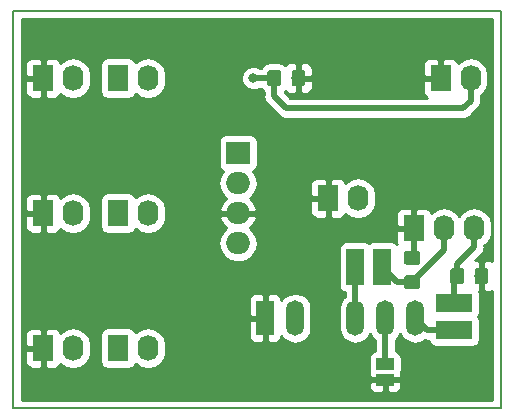
<source format=gbl>
G04 #@! TF.GenerationSoftware,KiCad,Pcbnew,5.0.1*
G04 #@! TF.CreationDate,2018-10-18T17:34:51-05:00*
G04 #@! TF.ProjectId,PowerRDP,506F7765725244502E6B696361645F70,01*
G04 #@! TF.SameCoordinates,Original*
G04 #@! TF.FileFunction,Copper,L2,Bot,Signal*
G04 #@! TF.FilePolarity,Positive*
%FSLAX46Y46*%
G04 Gerber Fmt 4.6, Leading zero omitted, Abs format (unit mm)*
G04 Created by KiCad (PCBNEW 5.0.1) date Thu 18 Oct 2018 05:34:51 PM CDT*
%MOMM*%
%LPD*%
G01*
G04 APERTURE LIST*
G04 #@! TA.AperFunction,NonConductor*
%ADD10C,0.150000*%
G04 #@! TD*
G04 #@! TA.AperFunction,ComponentPad*
%ADD11O,2.000000X1.905000*%
G04 #@! TD*
G04 #@! TA.AperFunction,ComponentPad*
%ADD12R,2.000000X1.905000*%
G04 #@! TD*
G04 #@! TA.AperFunction,ComponentPad*
%ADD13O,1.740000X2.200000*%
G04 #@! TD*
G04 #@! TA.AperFunction,ComponentPad*
%ADD14R,1.740000X2.200000*%
G04 #@! TD*
G04 #@! TA.AperFunction,Conductor*
%ADD15C,0.100000*%
G04 #@! TD*
G04 #@! TA.AperFunction,SMDPad,CuDef*
%ADD16C,1.150000*%
G04 #@! TD*
G04 #@! TA.AperFunction,SMDPad,CuDef*
%ADD17R,1.520000X3.050000*%
G04 #@! TD*
G04 #@! TA.AperFunction,SMDPad,CuDef*
%ADD18R,3.050000X1.520000*%
G04 #@! TD*
G04 #@! TA.AperFunction,ComponentPad*
%ADD19R,1.500000X3.000000*%
G04 #@! TD*
G04 #@! TA.AperFunction,ComponentPad*
%ADD20O,1.500000X3.000000*%
G04 #@! TD*
G04 #@! TA.AperFunction,SMDPad,CuDef*
%ADD21R,1.500000X1.000000*%
G04 #@! TD*
G04 #@! TA.AperFunction,ViaPad*
%ADD22C,0.800000*%
G04 #@! TD*
G04 #@! TA.AperFunction,Conductor*
%ADD23C,0.500000*%
G04 #@! TD*
G04 #@! TA.AperFunction,Conductor*
%ADD24C,0.254000*%
G04 #@! TD*
G04 APERTURE END LIST*
D10*
X120650000Y-47625000D02*
X120650000Y-48260000D01*
X161925000Y-47625000D02*
X120650000Y-47625000D01*
X161925000Y-81280000D02*
X161925000Y-47625000D01*
X120650000Y-81280000D02*
X161925000Y-81280000D01*
X120650000Y-48260000D02*
X120650000Y-81280000D01*
D11*
G04 #@! TO.P,U2,4*
G04 #@! TO.N,Net-(U2-Pad4)*
X139700000Y-67310000D03*
G04 #@! TO.P,U2,3*
G04 #@! TO.N,GND*
X139700000Y-64770000D03*
G04 #@! TO.P,U2,2*
G04 #@! TO.N,/+12V*
X139700000Y-62230000D03*
D12*
G04 #@! TO.P,U2,1*
G04 #@! TO.N,+BATT*
X139700000Y-59690000D03*
G04 #@! TD*
D13*
G04 #@! TO.P,J1,2*
G04 #@! TO.N,Net-(J1-Pad2)*
X125730000Y-76200000D03*
D14*
G04 #@! TO.P,J1,1*
G04 #@! TO.N,GND*
X123190000Y-76200000D03*
G04 #@! TD*
D13*
G04 #@! TO.P,J2,2*
G04 #@! TO.N,+BATT*
X132080000Y-76200000D03*
D14*
G04 #@! TO.P,J2,1*
G04 #@! TO.N,Net-(J1-Pad2)*
X129540000Y-76200000D03*
G04 #@! TD*
D13*
G04 #@! TO.P,J3,2*
G04 #@! TO.N,Net-(J3-Pad2)*
X125730000Y-64770000D03*
D14*
G04 #@! TO.P,J3,1*
G04 #@! TO.N,GND*
X123190000Y-64770000D03*
G04 #@! TD*
D13*
G04 #@! TO.P,J4,2*
G04 #@! TO.N,+BATT*
X132080000Y-64770000D03*
D14*
G04 #@! TO.P,J4,1*
G04 #@! TO.N,Net-(J3-Pad2)*
X129540000Y-64770000D03*
G04 #@! TD*
D13*
G04 #@! TO.P,J5,2*
G04 #@! TO.N,Net-(J5-Pad2)*
X125730000Y-53340000D03*
D14*
G04 #@! TO.P,J5,1*
G04 #@! TO.N,GND*
X123190000Y-53340000D03*
G04 #@! TD*
D13*
G04 #@! TO.P,J6,2*
G04 #@! TO.N,+BATT*
X132080000Y-53340000D03*
D14*
G04 #@! TO.P,J6,1*
G04 #@! TO.N,Net-(J5-Pad2)*
X129540000Y-53340000D03*
G04 #@! TD*
D13*
G04 #@! TO.P,J7,2*
G04 #@! TO.N,/+3.3V*
X159385000Y-53340000D03*
D14*
G04 #@! TO.P,J7,1*
G04 #@! TO.N,GND*
X156845000Y-53340000D03*
G04 #@! TD*
D13*
G04 #@! TO.P,J8,2*
G04 #@! TO.N,/+12V*
X149860000Y-63500000D03*
D14*
G04 #@! TO.P,J8,1*
G04 #@! TO.N,GND*
X147320000Y-63500000D03*
G04 #@! TD*
D13*
G04 #@! TO.P,J9,3*
G04 #@! TO.N,/-15V*
X159665001Y-66040000D03*
G04 #@! TO.P,J9,2*
G04 #@! TO.N,/+15V*
X157125001Y-66040000D03*
D14*
G04 #@! TO.P,J9,1*
G04 #@! TO.N,GND*
X154585001Y-66040000D03*
G04 #@! TD*
D15*
G04 #@! TO.N,/+15V*
G04 #@! TO.C,C1*
G36*
X154906505Y-70038204D02*
X154930773Y-70041804D01*
X154954572Y-70047765D01*
X154977671Y-70056030D01*
X154999850Y-70066520D01*
X155020893Y-70079132D01*
X155040599Y-70093747D01*
X155058777Y-70110223D01*
X155075253Y-70128401D01*
X155089868Y-70148107D01*
X155102480Y-70169150D01*
X155112970Y-70191329D01*
X155121235Y-70214428D01*
X155127196Y-70238227D01*
X155130796Y-70262495D01*
X155132000Y-70286999D01*
X155132000Y-70937001D01*
X155130796Y-70961505D01*
X155127196Y-70985773D01*
X155121235Y-71009572D01*
X155112970Y-71032671D01*
X155102480Y-71054850D01*
X155089868Y-71075893D01*
X155075253Y-71095599D01*
X155058777Y-71113777D01*
X155040599Y-71130253D01*
X155020893Y-71144868D01*
X154999850Y-71157480D01*
X154977671Y-71167970D01*
X154954572Y-71176235D01*
X154930773Y-71182196D01*
X154906505Y-71185796D01*
X154882001Y-71187000D01*
X153981999Y-71187000D01*
X153957495Y-71185796D01*
X153933227Y-71182196D01*
X153909428Y-71176235D01*
X153886329Y-71167970D01*
X153864150Y-71157480D01*
X153843107Y-71144868D01*
X153823401Y-71130253D01*
X153805223Y-71113777D01*
X153788747Y-71095599D01*
X153774132Y-71075893D01*
X153761520Y-71054850D01*
X153751030Y-71032671D01*
X153742765Y-71009572D01*
X153736804Y-70985773D01*
X153733204Y-70961505D01*
X153732000Y-70937001D01*
X153732000Y-70286999D01*
X153733204Y-70262495D01*
X153736804Y-70238227D01*
X153742765Y-70214428D01*
X153751030Y-70191329D01*
X153761520Y-70169150D01*
X153774132Y-70148107D01*
X153788747Y-70128401D01*
X153805223Y-70110223D01*
X153823401Y-70093747D01*
X153843107Y-70079132D01*
X153864150Y-70066520D01*
X153886329Y-70056030D01*
X153909428Y-70047765D01*
X153933227Y-70041804D01*
X153957495Y-70038204D01*
X153981999Y-70037000D01*
X154882001Y-70037000D01*
X154906505Y-70038204D01*
X154906505Y-70038204D01*
G37*
D16*
G04 #@! TD*
G04 #@! TO.P,C1,1*
G04 #@! TO.N,/+15V*
X154432000Y-70612000D03*
D15*
G04 #@! TO.N,GND*
G04 #@! TO.C,C1*
G36*
X154906505Y-67988204D02*
X154930773Y-67991804D01*
X154954572Y-67997765D01*
X154977671Y-68006030D01*
X154999850Y-68016520D01*
X155020893Y-68029132D01*
X155040599Y-68043747D01*
X155058777Y-68060223D01*
X155075253Y-68078401D01*
X155089868Y-68098107D01*
X155102480Y-68119150D01*
X155112970Y-68141329D01*
X155121235Y-68164428D01*
X155127196Y-68188227D01*
X155130796Y-68212495D01*
X155132000Y-68236999D01*
X155132000Y-68887001D01*
X155130796Y-68911505D01*
X155127196Y-68935773D01*
X155121235Y-68959572D01*
X155112970Y-68982671D01*
X155102480Y-69004850D01*
X155089868Y-69025893D01*
X155075253Y-69045599D01*
X155058777Y-69063777D01*
X155040599Y-69080253D01*
X155020893Y-69094868D01*
X154999850Y-69107480D01*
X154977671Y-69117970D01*
X154954572Y-69126235D01*
X154930773Y-69132196D01*
X154906505Y-69135796D01*
X154882001Y-69137000D01*
X153981999Y-69137000D01*
X153957495Y-69135796D01*
X153933227Y-69132196D01*
X153909428Y-69126235D01*
X153886329Y-69117970D01*
X153864150Y-69107480D01*
X153843107Y-69094868D01*
X153823401Y-69080253D01*
X153805223Y-69063777D01*
X153788747Y-69045599D01*
X153774132Y-69025893D01*
X153761520Y-69004850D01*
X153751030Y-68982671D01*
X153742765Y-68959572D01*
X153736804Y-68935773D01*
X153733204Y-68911505D01*
X153732000Y-68887001D01*
X153732000Y-68236999D01*
X153733204Y-68212495D01*
X153736804Y-68188227D01*
X153742765Y-68164428D01*
X153751030Y-68141329D01*
X153761520Y-68119150D01*
X153774132Y-68098107D01*
X153788747Y-68078401D01*
X153805223Y-68060223D01*
X153823401Y-68043747D01*
X153843107Y-68029132D01*
X153864150Y-68016520D01*
X153886329Y-68006030D01*
X153909428Y-67997765D01*
X153933227Y-67991804D01*
X153957495Y-67988204D01*
X153981999Y-67987000D01*
X154882001Y-67987000D01*
X154906505Y-67988204D01*
X154906505Y-67988204D01*
G37*
D16*
G04 #@! TD*
G04 #@! TO.P,C1,2*
G04 #@! TO.N,GND*
X154432000Y-68562000D03*
D15*
G04 #@! TO.N,GND*
G04 #@! TO.C,C2*
G36*
X160641505Y-69405204D02*
X160665773Y-69408804D01*
X160689572Y-69414765D01*
X160712671Y-69423030D01*
X160734850Y-69433520D01*
X160755893Y-69446132D01*
X160775599Y-69460747D01*
X160793777Y-69477223D01*
X160810253Y-69495401D01*
X160824868Y-69515107D01*
X160837480Y-69536150D01*
X160847970Y-69558329D01*
X160856235Y-69581428D01*
X160862196Y-69605227D01*
X160865796Y-69629495D01*
X160867000Y-69653999D01*
X160867000Y-70554001D01*
X160865796Y-70578505D01*
X160862196Y-70602773D01*
X160856235Y-70626572D01*
X160847970Y-70649671D01*
X160837480Y-70671850D01*
X160824868Y-70692893D01*
X160810253Y-70712599D01*
X160793777Y-70730777D01*
X160775599Y-70747253D01*
X160755893Y-70761868D01*
X160734850Y-70774480D01*
X160712671Y-70784970D01*
X160689572Y-70793235D01*
X160665773Y-70799196D01*
X160641505Y-70802796D01*
X160617001Y-70804000D01*
X159966999Y-70804000D01*
X159942495Y-70802796D01*
X159918227Y-70799196D01*
X159894428Y-70793235D01*
X159871329Y-70784970D01*
X159849150Y-70774480D01*
X159828107Y-70761868D01*
X159808401Y-70747253D01*
X159790223Y-70730777D01*
X159773747Y-70712599D01*
X159759132Y-70692893D01*
X159746520Y-70671850D01*
X159736030Y-70649671D01*
X159727765Y-70626572D01*
X159721804Y-70602773D01*
X159718204Y-70578505D01*
X159717000Y-70554001D01*
X159717000Y-69653999D01*
X159718204Y-69629495D01*
X159721804Y-69605227D01*
X159727765Y-69581428D01*
X159736030Y-69558329D01*
X159746520Y-69536150D01*
X159759132Y-69515107D01*
X159773747Y-69495401D01*
X159790223Y-69477223D01*
X159808401Y-69460747D01*
X159828107Y-69446132D01*
X159849150Y-69433520D01*
X159871329Y-69423030D01*
X159894428Y-69414765D01*
X159918227Y-69408804D01*
X159942495Y-69405204D01*
X159966999Y-69404000D01*
X160617001Y-69404000D01*
X160641505Y-69405204D01*
X160641505Y-69405204D01*
G37*
D16*
G04 #@! TD*
G04 #@! TO.P,C2,2*
G04 #@! TO.N,GND*
X160292000Y-70104000D03*
D15*
G04 #@! TO.N,/-15V*
G04 #@! TO.C,C2*
G36*
X158591505Y-69405204D02*
X158615773Y-69408804D01*
X158639572Y-69414765D01*
X158662671Y-69423030D01*
X158684850Y-69433520D01*
X158705893Y-69446132D01*
X158725599Y-69460747D01*
X158743777Y-69477223D01*
X158760253Y-69495401D01*
X158774868Y-69515107D01*
X158787480Y-69536150D01*
X158797970Y-69558329D01*
X158806235Y-69581428D01*
X158812196Y-69605227D01*
X158815796Y-69629495D01*
X158817000Y-69653999D01*
X158817000Y-70554001D01*
X158815796Y-70578505D01*
X158812196Y-70602773D01*
X158806235Y-70626572D01*
X158797970Y-70649671D01*
X158787480Y-70671850D01*
X158774868Y-70692893D01*
X158760253Y-70712599D01*
X158743777Y-70730777D01*
X158725599Y-70747253D01*
X158705893Y-70761868D01*
X158684850Y-70774480D01*
X158662671Y-70784970D01*
X158639572Y-70793235D01*
X158615773Y-70799196D01*
X158591505Y-70802796D01*
X158567001Y-70804000D01*
X157916999Y-70804000D01*
X157892495Y-70802796D01*
X157868227Y-70799196D01*
X157844428Y-70793235D01*
X157821329Y-70784970D01*
X157799150Y-70774480D01*
X157778107Y-70761868D01*
X157758401Y-70747253D01*
X157740223Y-70730777D01*
X157723747Y-70712599D01*
X157709132Y-70692893D01*
X157696520Y-70671850D01*
X157686030Y-70649671D01*
X157677765Y-70626572D01*
X157671804Y-70602773D01*
X157668204Y-70578505D01*
X157667000Y-70554001D01*
X157667000Y-69653999D01*
X157668204Y-69629495D01*
X157671804Y-69605227D01*
X157677765Y-69581428D01*
X157686030Y-69558329D01*
X157696520Y-69536150D01*
X157709132Y-69515107D01*
X157723747Y-69495401D01*
X157740223Y-69477223D01*
X157758401Y-69460747D01*
X157778107Y-69446132D01*
X157799150Y-69433520D01*
X157821329Y-69423030D01*
X157844428Y-69414765D01*
X157868227Y-69408804D01*
X157892495Y-69405204D01*
X157916999Y-69404000D01*
X158567001Y-69404000D01*
X158591505Y-69405204D01*
X158591505Y-69405204D01*
G37*
D16*
G04 #@! TD*
G04 #@! TO.P,C2,1*
G04 #@! TO.N,/-15V*
X158242000Y-70104000D03*
D15*
G04 #@! TO.N,GND*
G04 #@! TO.C,C6*
G36*
X145147505Y-52641204D02*
X145171773Y-52644804D01*
X145195572Y-52650765D01*
X145218671Y-52659030D01*
X145240850Y-52669520D01*
X145261893Y-52682132D01*
X145281599Y-52696747D01*
X145299777Y-52713223D01*
X145316253Y-52731401D01*
X145330868Y-52751107D01*
X145343480Y-52772150D01*
X145353970Y-52794329D01*
X145362235Y-52817428D01*
X145368196Y-52841227D01*
X145371796Y-52865495D01*
X145373000Y-52889999D01*
X145373000Y-53790001D01*
X145371796Y-53814505D01*
X145368196Y-53838773D01*
X145362235Y-53862572D01*
X145353970Y-53885671D01*
X145343480Y-53907850D01*
X145330868Y-53928893D01*
X145316253Y-53948599D01*
X145299777Y-53966777D01*
X145281599Y-53983253D01*
X145261893Y-53997868D01*
X145240850Y-54010480D01*
X145218671Y-54020970D01*
X145195572Y-54029235D01*
X145171773Y-54035196D01*
X145147505Y-54038796D01*
X145123001Y-54040000D01*
X144472999Y-54040000D01*
X144448495Y-54038796D01*
X144424227Y-54035196D01*
X144400428Y-54029235D01*
X144377329Y-54020970D01*
X144355150Y-54010480D01*
X144334107Y-53997868D01*
X144314401Y-53983253D01*
X144296223Y-53966777D01*
X144279747Y-53948599D01*
X144265132Y-53928893D01*
X144252520Y-53907850D01*
X144242030Y-53885671D01*
X144233765Y-53862572D01*
X144227804Y-53838773D01*
X144224204Y-53814505D01*
X144223000Y-53790001D01*
X144223000Y-52889999D01*
X144224204Y-52865495D01*
X144227804Y-52841227D01*
X144233765Y-52817428D01*
X144242030Y-52794329D01*
X144252520Y-52772150D01*
X144265132Y-52751107D01*
X144279747Y-52731401D01*
X144296223Y-52713223D01*
X144314401Y-52696747D01*
X144334107Y-52682132D01*
X144355150Y-52669520D01*
X144377329Y-52659030D01*
X144400428Y-52650765D01*
X144424227Y-52644804D01*
X144448495Y-52641204D01*
X144472999Y-52640000D01*
X145123001Y-52640000D01*
X145147505Y-52641204D01*
X145147505Y-52641204D01*
G37*
D16*
G04 #@! TD*
G04 #@! TO.P,C6,2*
G04 #@! TO.N,GND*
X144798000Y-53340000D03*
D15*
G04 #@! TO.N,/+3.3V*
G04 #@! TO.C,C6*
G36*
X143097505Y-52641204D02*
X143121773Y-52644804D01*
X143145572Y-52650765D01*
X143168671Y-52659030D01*
X143190850Y-52669520D01*
X143211893Y-52682132D01*
X143231599Y-52696747D01*
X143249777Y-52713223D01*
X143266253Y-52731401D01*
X143280868Y-52751107D01*
X143293480Y-52772150D01*
X143303970Y-52794329D01*
X143312235Y-52817428D01*
X143318196Y-52841227D01*
X143321796Y-52865495D01*
X143323000Y-52889999D01*
X143323000Y-53790001D01*
X143321796Y-53814505D01*
X143318196Y-53838773D01*
X143312235Y-53862572D01*
X143303970Y-53885671D01*
X143293480Y-53907850D01*
X143280868Y-53928893D01*
X143266253Y-53948599D01*
X143249777Y-53966777D01*
X143231599Y-53983253D01*
X143211893Y-53997868D01*
X143190850Y-54010480D01*
X143168671Y-54020970D01*
X143145572Y-54029235D01*
X143121773Y-54035196D01*
X143097505Y-54038796D01*
X143073001Y-54040000D01*
X142422999Y-54040000D01*
X142398495Y-54038796D01*
X142374227Y-54035196D01*
X142350428Y-54029235D01*
X142327329Y-54020970D01*
X142305150Y-54010480D01*
X142284107Y-53997868D01*
X142264401Y-53983253D01*
X142246223Y-53966777D01*
X142229747Y-53948599D01*
X142215132Y-53928893D01*
X142202520Y-53907850D01*
X142192030Y-53885671D01*
X142183765Y-53862572D01*
X142177804Y-53838773D01*
X142174204Y-53814505D01*
X142173000Y-53790001D01*
X142173000Y-52889999D01*
X142174204Y-52865495D01*
X142177804Y-52841227D01*
X142183765Y-52817428D01*
X142192030Y-52794329D01*
X142202520Y-52772150D01*
X142215132Y-52751107D01*
X142229747Y-52731401D01*
X142246223Y-52713223D01*
X142264401Y-52696747D01*
X142284107Y-52682132D01*
X142305150Y-52669520D01*
X142327329Y-52659030D01*
X142350428Y-52650765D01*
X142374227Y-52644804D01*
X142398495Y-52641204D01*
X142422999Y-52640000D01*
X143073001Y-52640000D01*
X143097505Y-52641204D01*
X143097505Y-52641204D01*
G37*
D16*
G04 #@! TD*
G04 #@! TO.P,C6,1*
G04 #@! TO.N,/+3.3V*
X142748000Y-53340000D03*
D17*
G04 #@! TO.P,L1,2*
G04 #@! TO.N,/+15V*
X151896000Y-69342000D03*
G04 #@! TO.P,L1,1*
G04 #@! TO.N,Net-(L1-Pad1)*
X149606000Y-69342000D03*
G04 #@! TD*
D18*
G04 #@! TO.P,L2,1*
G04 #@! TO.N,Net-(L2-Pad1)*
X157988000Y-74676000D03*
G04 #@! TO.P,L2,2*
G04 #@! TO.N,/-15V*
X157988000Y-72386000D03*
G04 #@! TD*
D19*
G04 #@! TO.P,U4,1*
G04 #@! TO.N,GND*
X141986000Y-73660000D03*
D20*
G04 #@! TO.P,U4,2*
G04 #@! TO.N,+BATT*
X144526000Y-73660000D03*
G04 #@! TO.P,U4,4*
G04 #@! TO.N,Net-(L1-Pad1)*
X149606000Y-73660000D03*
G04 #@! TO.P,U4,5*
G04 #@! TO.N,Net-(JP1-Pad1)*
X152146000Y-73660000D03*
G04 #@! TO.P,U4,6*
G04 #@! TO.N,Net-(L2-Pad1)*
X154686000Y-73660000D03*
G04 #@! TD*
D21*
G04 #@! TO.P,JP1,2*
G04 #@! TO.N,GND*
X152146000Y-78882000D03*
G04 #@! TO.P,JP1,1*
G04 #@! TO.N,Net-(JP1-Pad1)*
X152146000Y-77582000D03*
G04 #@! TD*
D22*
G04 #@! TO.N,/+3.3V*
X140970000Y-53340000D03*
G04 #@! TD*
D23*
G04 #@! TO.N,GND*
X154585001Y-68408999D02*
X154432000Y-68562000D01*
X154585001Y-66040000D02*
X154585001Y-68408999D01*
G04 #@! TO.N,/+3.3V*
X140970000Y-53340000D02*
X142748000Y-53340000D01*
X158750000Y-55880000D02*
X159385000Y-55245000D01*
X143764000Y-55880000D02*
X158750000Y-55880000D01*
X142748000Y-53340000D02*
X142748000Y-54864000D01*
X159385000Y-55245000D02*
X159385000Y-53340000D01*
X142748000Y-54864000D02*
X143764000Y-55880000D01*
G04 #@! TO.N,/+15V*
X153166000Y-70612000D02*
X151896000Y-69342000D01*
X154432000Y-70612000D02*
X153166000Y-70612000D01*
X157125001Y-67918999D02*
X157125001Y-66040000D01*
X154432000Y-70612000D02*
X157125001Y-67918999D01*
G04 #@! TO.N,/-15V*
X157988000Y-70358000D02*
X158242000Y-70104000D01*
X157988000Y-72386000D02*
X157988000Y-70358000D01*
X158242000Y-69063001D02*
X158242000Y-70104000D01*
X159665001Y-66040000D02*
X159665001Y-67640000D01*
X159665001Y-67640000D02*
X158242000Y-69063001D01*
G04 #@! TO.N,Net-(JP1-Pad1)*
X152146000Y-73660000D02*
X152146000Y-77582000D01*
G04 #@! TO.N,Net-(L1-Pad1)*
X149606000Y-69342000D02*
X149606000Y-73660000D01*
G04 #@! TO.N,Net-(L2-Pad1)*
X155702000Y-74676000D02*
X154686000Y-73660000D01*
X157988000Y-74676000D02*
X155702000Y-74676000D01*
G04 #@! TD*
D24*
G04 #@! TO.N,GND*
G36*
X161215000Y-68860828D02*
X160993309Y-68769000D01*
X160577750Y-68769000D01*
X160419000Y-68927750D01*
X160419000Y-69977000D01*
X160439000Y-69977000D01*
X160439000Y-70231000D01*
X160419000Y-70231000D01*
X160419000Y-71280250D01*
X160577750Y-71439000D01*
X160993309Y-71439000D01*
X161215000Y-71347172D01*
X161215000Y-80570000D01*
X121360000Y-80570000D01*
X121360000Y-79167750D01*
X150761000Y-79167750D01*
X150761000Y-79508309D01*
X150857673Y-79741698D01*
X151036301Y-79920327D01*
X151269690Y-80017000D01*
X151860250Y-80017000D01*
X152019000Y-79858250D01*
X152019000Y-79009000D01*
X152273000Y-79009000D01*
X152273000Y-79858250D01*
X152431750Y-80017000D01*
X153022310Y-80017000D01*
X153255699Y-79920327D01*
X153434327Y-79741698D01*
X153531000Y-79508309D01*
X153531000Y-79167750D01*
X153372250Y-79009000D01*
X152273000Y-79009000D01*
X152019000Y-79009000D01*
X150919750Y-79009000D01*
X150761000Y-79167750D01*
X121360000Y-79167750D01*
X121360000Y-76485750D01*
X121685000Y-76485750D01*
X121685000Y-77426310D01*
X121781673Y-77659699D01*
X121960302Y-77838327D01*
X122193691Y-77935000D01*
X122904250Y-77935000D01*
X123063000Y-77776250D01*
X123063000Y-76327000D01*
X121843750Y-76327000D01*
X121685000Y-76485750D01*
X121360000Y-76485750D01*
X121360000Y-74973690D01*
X121685000Y-74973690D01*
X121685000Y-75914250D01*
X121843750Y-76073000D01*
X123063000Y-76073000D01*
X123063000Y-74623750D01*
X123317000Y-74623750D01*
X123317000Y-76073000D01*
X123337000Y-76073000D01*
X123337000Y-76327000D01*
X123317000Y-76327000D01*
X123317000Y-77776250D01*
X123475750Y-77935000D01*
X124186309Y-77935000D01*
X124419698Y-77838327D01*
X124598327Y-77659699D01*
X124655364Y-77521999D01*
X125142779Y-77847678D01*
X125730000Y-77964484D01*
X126317222Y-77847678D01*
X126815044Y-77515044D01*
X127147678Y-77017221D01*
X127235000Y-76578225D01*
X127235000Y-75821774D01*
X127147678Y-75382778D01*
X126958732Y-75100000D01*
X128022560Y-75100000D01*
X128022560Y-77300000D01*
X128071843Y-77547765D01*
X128212191Y-77757809D01*
X128422235Y-77898157D01*
X128670000Y-77947440D01*
X130410000Y-77947440D01*
X130657765Y-77898157D01*
X130867809Y-77757809D01*
X131008157Y-77547765D01*
X131012353Y-77526668D01*
X131492779Y-77847678D01*
X132080000Y-77964484D01*
X132667222Y-77847678D01*
X133165044Y-77515044D01*
X133497678Y-77017221D01*
X133585000Y-76578225D01*
X133585000Y-75821774D01*
X133497678Y-75382778D01*
X133165044Y-74884956D01*
X132667221Y-74552322D01*
X132080000Y-74435516D01*
X131492778Y-74552322D01*
X131012353Y-74873331D01*
X131008157Y-74852235D01*
X130867809Y-74642191D01*
X130657765Y-74501843D01*
X130410000Y-74452560D01*
X128670000Y-74452560D01*
X128422235Y-74501843D01*
X128212191Y-74642191D01*
X128071843Y-74852235D01*
X128022560Y-75100000D01*
X126958732Y-75100000D01*
X126815044Y-74884956D01*
X126317221Y-74552322D01*
X125730000Y-74435516D01*
X125142778Y-74552322D01*
X124655364Y-74878001D01*
X124598327Y-74740301D01*
X124419698Y-74561673D01*
X124186309Y-74465000D01*
X123475750Y-74465000D01*
X123317000Y-74623750D01*
X123063000Y-74623750D01*
X122904250Y-74465000D01*
X122193691Y-74465000D01*
X121960302Y-74561673D01*
X121781673Y-74740301D01*
X121685000Y-74973690D01*
X121360000Y-74973690D01*
X121360000Y-73945750D01*
X140601000Y-73945750D01*
X140601000Y-75286310D01*
X140697673Y-75519699D01*
X140876302Y-75698327D01*
X141109691Y-75795000D01*
X141700250Y-75795000D01*
X141859000Y-75636250D01*
X141859000Y-73787000D01*
X140759750Y-73787000D01*
X140601000Y-73945750D01*
X121360000Y-73945750D01*
X121360000Y-72033690D01*
X140601000Y-72033690D01*
X140601000Y-73374250D01*
X140759750Y-73533000D01*
X141859000Y-73533000D01*
X141859000Y-71683750D01*
X142113000Y-71683750D01*
X142113000Y-73533000D01*
X142133000Y-73533000D01*
X142133000Y-73787000D01*
X142113000Y-73787000D01*
X142113000Y-75636250D01*
X142271750Y-75795000D01*
X142862309Y-75795000D01*
X143095698Y-75698327D01*
X143274327Y-75519699D01*
X143371000Y-75286310D01*
X143371000Y-75174352D01*
X143527472Y-75408529D01*
X143985601Y-75714641D01*
X144526000Y-75822133D01*
X145066400Y-75714641D01*
X145524529Y-75408529D01*
X145830641Y-74950400D01*
X145911000Y-74546407D01*
X145911000Y-72773593D01*
X145830641Y-72369600D01*
X145524528Y-71911471D01*
X145066399Y-71605359D01*
X144526000Y-71497867D01*
X143985600Y-71605359D01*
X143527471Y-71911472D01*
X143371000Y-72145647D01*
X143371000Y-72033690D01*
X143274327Y-71800301D01*
X143095698Y-71621673D01*
X142862309Y-71525000D01*
X142271750Y-71525000D01*
X142113000Y-71683750D01*
X141859000Y-71683750D01*
X141700250Y-71525000D01*
X141109691Y-71525000D01*
X140876302Y-71621673D01*
X140697673Y-71800301D01*
X140601000Y-72033690D01*
X121360000Y-72033690D01*
X121360000Y-67310000D01*
X138033900Y-67310000D01*
X138157109Y-67929411D01*
X138507977Y-68454523D01*
X139033089Y-68805391D01*
X139496150Y-68897500D01*
X139903850Y-68897500D01*
X140366911Y-68805391D01*
X140892023Y-68454523D01*
X141242891Y-67929411D01*
X141265251Y-67817000D01*
X148198560Y-67817000D01*
X148198560Y-70867000D01*
X148247843Y-71114765D01*
X148388191Y-71324809D01*
X148598235Y-71465157D01*
X148721000Y-71489576D01*
X148721001Y-71835614D01*
X148607471Y-71911472D01*
X148301359Y-72369601D01*
X148221000Y-72773594D01*
X148221000Y-74546407D01*
X148301360Y-74950400D01*
X148607472Y-75408529D01*
X149065601Y-75714641D01*
X149606000Y-75822133D01*
X150146400Y-75714641D01*
X150604529Y-75408529D01*
X150876001Y-75002243D01*
X151147472Y-75408529D01*
X151261000Y-75484386D01*
X151261001Y-76461413D01*
X151148235Y-76483843D01*
X150938191Y-76624191D01*
X150797843Y-76834235D01*
X150748560Y-77082000D01*
X150748560Y-78082000D01*
X150775936Y-78219632D01*
X150761000Y-78255691D01*
X150761000Y-78596250D01*
X150919750Y-78755000D01*
X152019000Y-78755000D01*
X152019000Y-78735000D01*
X152273000Y-78735000D01*
X152273000Y-78755000D01*
X153372250Y-78755000D01*
X153531000Y-78596250D01*
X153531000Y-78255691D01*
X153516064Y-78219632D01*
X153543440Y-78082000D01*
X153543440Y-77082000D01*
X153494157Y-76834235D01*
X153353809Y-76624191D01*
X153143765Y-76483843D01*
X153031000Y-76461413D01*
X153031000Y-75484387D01*
X153144529Y-75408529D01*
X153416001Y-75002243D01*
X153687472Y-75408529D01*
X154145601Y-75714641D01*
X154686000Y-75822133D01*
X155226400Y-75714641D01*
X155492699Y-75536706D01*
X155614835Y-75561000D01*
X155614839Y-75561000D01*
X155702000Y-75578337D01*
X155789161Y-75561000D01*
X155840424Y-75561000D01*
X155864843Y-75683765D01*
X156005191Y-75893809D01*
X156215235Y-76034157D01*
X156463000Y-76083440D01*
X159513000Y-76083440D01*
X159760765Y-76034157D01*
X159970809Y-75893809D01*
X160111157Y-75683765D01*
X160160440Y-75436000D01*
X160160440Y-73916000D01*
X160111157Y-73668235D01*
X160019459Y-73531000D01*
X160111157Y-73393765D01*
X160160440Y-73146000D01*
X160160440Y-71626000D01*
X160111157Y-71378235D01*
X160093476Y-71351774D01*
X160165000Y-71280250D01*
X160165000Y-70231000D01*
X160145000Y-70231000D01*
X160145000Y-69977000D01*
X160165000Y-69977000D01*
X160165000Y-68927750D01*
X160006250Y-68769000D01*
X159787580Y-68769000D01*
X160229157Y-68327423D01*
X160303050Y-68278049D01*
X160498653Y-67985310D01*
X160550001Y-67727165D01*
X160550001Y-67727161D01*
X160567338Y-67640001D01*
X160550001Y-67552841D01*
X160550001Y-67488709D01*
X160750045Y-67355044D01*
X161082679Y-66857221D01*
X161170001Y-66418225D01*
X161170001Y-65661774D01*
X161082679Y-65222778D01*
X160750045Y-64724956D01*
X160252222Y-64392322D01*
X159665001Y-64275516D01*
X159077779Y-64392322D01*
X158579957Y-64724956D01*
X158395001Y-65001763D01*
X158210045Y-64724956D01*
X157712222Y-64392322D01*
X157125001Y-64275516D01*
X156537779Y-64392322D01*
X156050365Y-64718001D01*
X155993328Y-64580301D01*
X155814699Y-64401673D01*
X155581310Y-64305000D01*
X154870751Y-64305000D01*
X154712001Y-64463750D01*
X154712001Y-65913000D01*
X154732001Y-65913000D01*
X154732001Y-66167000D01*
X154712001Y-66167000D01*
X154712001Y-66187000D01*
X154458001Y-66187000D01*
X154458001Y-66167000D01*
X153238751Y-66167000D01*
X153080001Y-66325750D01*
X153080001Y-67266310D01*
X153126081Y-67377558D01*
X153113809Y-67359191D01*
X152903765Y-67218843D01*
X152656000Y-67169560D01*
X151136000Y-67169560D01*
X150888235Y-67218843D01*
X150751000Y-67310541D01*
X150613765Y-67218843D01*
X150366000Y-67169560D01*
X148846000Y-67169560D01*
X148598235Y-67218843D01*
X148388191Y-67359191D01*
X148247843Y-67569235D01*
X148198560Y-67817000D01*
X141265251Y-67817000D01*
X141366100Y-67310000D01*
X141242891Y-66690589D01*
X140892023Y-66165477D01*
X140690526Y-66030841D01*
X141075973Y-65636924D01*
X141290563Y-65142980D01*
X141170594Y-64897000D01*
X139827000Y-64897000D01*
X139827000Y-64917000D01*
X139573000Y-64917000D01*
X139573000Y-64897000D01*
X138229406Y-64897000D01*
X138109437Y-65142980D01*
X138324027Y-65636924D01*
X138709474Y-66030841D01*
X138507977Y-66165477D01*
X138157109Y-66690589D01*
X138033900Y-67310000D01*
X121360000Y-67310000D01*
X121360000Y-65055750D01*
X121685000Y-65055750D01*
X121685000Y-65996310D01*
X121781673Y-66229699D01*
X121960302Y-66408327D01*
X122193691Y-66505000D01*
X122904250Y-66505000D01*
X123063000Y-66346250D01*
X123063000Y-64897000D01*
X121843750Y-64897000D01*
X121685000Y-65055750D01*
X121360000Y-65055750D01*
X121360000Y-63543690D01*
X121685000Y-63543690D01*
X121685000Y-64484250D01*
X121843750Y-64643000D01*
X123063000Y-64643000D01*
X123063000Y-63193750D01*
X123317000Y-63193750D01*
X123317000Y-64643000D01*
X123337000Y-64643000D01*
X123337000Y-64897000D01*
X123317000Y-64897000D01*
X123317000Y-66346250D01*
X123475750Y-66505000D01*
X124186309Y-66505000D01*
X124419698Y-66408327D01*
X124598327Y-66229699D01*
X124655364Y-66091999D01*
X125142779Y-66417678D01*
X125730000Y-66534484D01*
X126317222Y-66417678D01*
X126815044Y-66085044D01*
X127147678Y-65587221D01*
X127235000Y-65148225D01*
X127235000Y-64391774D01*
X127147678Y-63952778D01*
X126958732Y-63670000D01*
X128022560Y-63670000D01*
X128022560Y-65870000D01*
X128071843Y-66117765D01*
X128212191Y-66327809D01*
X128422235Y-66468157D01*
X128670000Y-66517440D01*
X130410000Y-66517440D01*
X130657765Y-66468157D01*
X130867809Y-66327809D01*
X131008157Y-66117765D01*
X131012353Y-66096668D01*
X131492779Y-66417678D01*
X132080000Y-66534484D01*
X132667222Y-66417678D01*
X133165044Y-66085044D01*
X133497678Y-65587221D01*
X133585000Y-65148225D01*
X133585000Y-64391774D01*
X133497678Y-63952778D01*
X133165044Y-63454956D01*
X132667221Y-63122322D01*
X132080000Y-63005516D01*
X131492778Y-63122322D01*
X131012353Y-63443331D01*
X131008157Y-63422235D01*
X130867809Y-63212191D01*
X130657765Y-63071843D01*
X130410000Y-63022560D01*
X128670000Y-63022560D01*
X128422235Y-63071843D01*
X128212191Y-63212191D01*
X128071843Y-63422235D01*
X128022560Y-63670000D01*
X126958732Y-63670000D01*
X126815044Y-63454956D01*
X126317221Y-63122322D01*
X125730000Y-63005516D01*
X125142778Y-63122322D01*
X124655364Y-63448001D01*
X124598327Y-63310301D01*
X124419698Y-63131673D01*
X124186309Y-63035000D01*
X123475750Y-63035000D01*
X123317000Y-63193750D01*
X123063000Y-63193750D01*
X122904250Y-63035000D01*
X122193691Y-63035000D01*
X121960302Y-63131673D01*
X121781673Y-63310301D01*
X121685000Y-63543690D01*
X121360000Y-63543690D01*
X121360000Y-62230000D01*
X138033900Y-62230000D01*
X138157109Y-62849411D01*
X138507977Y-63374523D01*
X138709474Y-63509159D01*
X138324027Y-63903076D01*
X138109437Y-64397020D01*
X138229406Y-64643000D01*
X139573000Y-64643000D01*
X139573000Y-64623000D01*
X139827000Y-64623000D01*
X139827000Y-64643000D01*
X141170594Y-64643000D01*
X141290563Y-64397020D01*
X141075973Y-63903076D01*
X140961170Y-63785750D01*
X145815000Y-63785750D01*
X145815000Y-64726310D01*
X145911673Y-64959699D01*
X146090302Y-65138327D01*
X146323691Y-65235000D01*
X147034250Y-65235000D01*
X147193000Y-65076250D01*
X147193000Y-63627000D01*
X145973750Y-63627000D01*
X145815000Y-63785750D01*
X140961170Y-63785750D01*
X140690526Y-63509159D01*
X140892023Y-63374523D01*
X141242891Y-62849411D01*
X141357409Y-62273690D01*
X145815000Y-62273690D01*
X145815000Y-63214250D01*
X145973750Y-63373000D01*
X147193000Y-63373000D01*
X147193000Y-61923750D01*
X147447000Y-61923750D01*
X147447000Y-63373000D01*
X147467000Y-63373000D01*
X147467000Y-63627000D01*
X147447000Y-63627000D01*
X147447000Y-65076250D01*
X147605750Y-65235000D01*
X148316309Y-65235000D01*
X148549698Y-65138327D01*
X148728327Y-64959699D01*
X148785364Y-64821999D01*
X149272779Y-65147678D01*
X149860000Y-65264484D01*
X150447222Y-65147678D01*
X150945044Y-64815044D01*
X150945948Y-64813690D01*
X153080001Y-64813690D01*
X153080001Y-65754250D01*
X153238751Y-65913000D01*
X154458001Y-65913000D01*
X154458001Y-64463750D01*
X154299251Y-64305000D01*
X153588692Y-64305000D01*
X153355303Y-64401673D01*
X153176674Y-64580301D01*
X153080001Y-64813690D01*
X150945948Y-64813690D01*
X151277678Y-64317221D01*
X151365000Y-63878225D01*
X151365000Y-63121774D01*
X151277678Y-62682778D01*
X150945044Y-62184956D01*
X150447221Y-61852322D01*
X149860000Y-61735516D01*
X149272778Y-61852322D01*
X148785364Y-62178001D01*
X148728327Y-62040301D01*
X148549698Y-61861673D01*
X148316309Y-61765000D01*
X147605750Y-61765000D01*
X147447000Y-61923750D01*
X147193000Y-61923750D01*
X147034250Y-61765000D01*
X146323691Y-61765000D01*
X146090302Y-61861673D01*
X145911673Y-62040301D01*
X145815000Y-62273690D01*
X141357409Y-62273690D01*
X141366100Y-62230000D01*
X141242891Y-61610589D01*
X140980912Y-61218509D01*
X141157809Y-61100309D01*
X141298157Y-60890265D01*
X141347440Y-60642500D01*
X141347440Y-58737500D01*
X141298157Y-58489735D01*
X141157809Y-58279691D01*
X140947765Y-58139343D01*
X140700000Y-58090060D01*
X138700000Y-58090060D01*
X138452235Y-58139343D01*
X138242191Y-58279691D01*
X138101843Y-58489735D01*
X138052560Y-58737500D01*
X138052560Y-60642500D01*
X138101843Y-60890265D01*
X138242191Y-61100309D01*
X138419088Y-61218509D01*
X138157109Y-61610589D01*
X138033900Y-62230000D01*
X121360000Y-62230000D01*
X121360000Y-53625750D01*
X121685000Y-53625750D01*
X121685000Y-54566310D01*
X121781673Y-54799699D01*
X121960302Y-54978327D01*
X122193691Y-55075000D01*
X122904250Y-55075000D01*
X123063000Y-54916250D01*
X123063000Y-53467000D01*
X121843750Y-53467000D01*
X121685000Y-53625750D01*
X121360000Y-53625750D01*
X121360000Y-52113690D01*
X121685000Y-52113690D01*
X121685000Y-53054250D01*
X121843750Y-53213000D01*
X123063000Y-53213000D01*
X123063000Y-51763750D01*
X123317000Y-51763750D01*
X123317000Y-53213000D01*
X123337000Y-53213000D01*
X123337000Y-53467000D01*
X123317000Y-53467000D01*
X123317000Y-54916250D01*
X123475750Y-55075000D01*
X124186309Y-55075000D01*
X124419698Y-54978327D01*
X124598327Y-54799699D01*
X124655364Y-54661999D01*
X125142779Y-54987678D01*
X125730000Y-55104484D01*
X126317222Y-54987678D01*
X126815044Y-54655044D01*
X127147678Y-54157221D01*
X127235000Y-53718225D01*
X127235000Y-52961774D01*
X127147678Y-52522778D01*
X126958732Y-52240000D01*
X128022560Y-52240000D01*
X128022560Y-54440000D01*
X128071843Y-54687765D01*
X128212191Y-54897809D01*
X128422235Y-55038157D01*
X128670000Y-55087440D01*
X130410000Y-55087440D01*
X130657765Y-55038157D01*
X130867809Y-54897809D01*
X131008157Y-54687765D01*
X131012353Y-54666668D01*
X131492779Y-54987678D01*
X132080000Y-55104484D01*
X132667222Y-54987678D01*
X133165044Y-54655044D01*
X133497678Y-54157221D01*
X133585000Y-53718225D01*
X133585000Y-53134126D01*
X139935000Y-53134126D01*
X139935000Y-53545874D01*
X140092569Y-53926280D01*
X140383720Y-54217431D01*
X140764126Y-54375000D01*
X141175874Y-54375000D01*
X141538007Y-54225000D01*
X141655054Y-54225000D01*
X141788414Y-54424586D01*
X141863001Y-54474423D01*
X141863001Y-54776835D01*
X141845663Y-54864000D01*
X141914348Y-55209309D01*
X142060576Y-55428154D01*
X142060578Y-55428156D01*
X142109952Y-55502049D01*
X142183845Y-55551423D01*
X143076577Y-56444156D01*
X143125951Y-56518049D01*
X143199844Y-56567423D01*
X143199845Y-56567424D01*
X143418690Y-56713652D01*
X143676835Y-56765000D01*
X143676839Y-56765000D01*
X143764000Y-56782337D01*
X143851161Y-56765000D01*
X158662839Y-56765000D01*
X158750000Y-56782337D01*
X158837161Y-56765000D01*
X158837165Y-56765000D01*
X159095310Y-56713652D01*
X159388049Y-56518049D01*
X159437425Y-56444154D01*
X159949156Y-55932423D01*
X160023049Y-55883049D01*
X160218652Y-55590310D01*
X160270000Y-55332165D01*
X160270000Y-55332161D01*
X160287337Y-55245000D01*
X160270000Y-55157839D01*
X160270000Y-54788709D01*
X160470044Y-54655044D01*
X160802678Y-54157221D01*
X160890000Y-53718225D01*
X160890000Y-52961774D01*
X160802678Y-52522778D01*
X160470044Y-52024956D01*
X159972221Y-51692322D01*
X159385000Y-51575516D01*
X158797778Y-51692322D01*
X158310364Y-52018001D01*
X158253327Y-51880301D01*
X158074698Y-51701673D01*
X157841309Y-51605000D01*
X157130750Y-51605000D01*
X156972000Y-51763750D01*
X156972000Y-53213000D01*
X156992000Y-53213000D01*
X156992000Y-53467000D01*
X156972000Y-53467000D01*
X156972000Y-53487000D01*
X156718000Y-53487000D01*
X156718000Y-53467000D01*
X155498750Y-53467000D01*
X155340000Y-53625750D01*
X155340000Y-54566310D01*
X155436673Y-54799699D01*
X155615302Y-54978327D01*
X155655554Y-54995000D01*
X144130579Y-54995000D01*
X143633000Y-54497422D01*
X143633000Y-54474423D01*
X143707586Y-54424586D01*
X143708377Y-54423403D01*
X143863302Y-54578327D01*
X144096691Y-54675000D01*
X144512250Y-54675000D01*
X144671000Y-54516250D01*
X144671000Y-53467000D01*
X144925000Y-53467000D01*
X144925000Y-54516250D01*
X145083750Y-54675000D01*
X145499309Y-54675000D01*
X145732698Y-54578327D01*
X145911327Y-54399699D01*
X146008000Y-54166310D01*
X146008000Y-53625750D01*
X145849250Y-53467000D01*
X144925000Y-53467000D01*
X144671000Y-53467000D01*
X144651000Y-53467000D01*
X144651000Y-53213000D01*
X144671000Y-53213000D01*
X144671000Y-52163750D01*
X144925000Y-52163750D01*
X144925000Y-53213000D01*
X145849250Y-53213000D01*
X146008000Y-53054250D01*
X146008000Y-52513690D01*
X145911327Y-52280301D01*
X145744716Y-52113690D01*
X155340000Y-52113690D01*
X155340000Y-53054250D01*
X155498750Y-53213000D01*
X156718000Y-53213000D01*
X156718000Y-51763750D01*
X156559250Y-51605000D01*
X155848691Y-51605000D01*
X155615302Y-51701673D01*
X155436673Y-51880301D01*
X155340000Y-52113690D01*
X145744716Y-52113690D01*
X145732698Y-52101673D01*
X145499309Y-52005000D01*
X145083750Y-52005000D01*
X144925000Y-52163750D01*
X144671000Y-52163750D01*
X144512250Y-52005000D01*
X144096691Y-52005000D01*
X143863302Y-52101673D01*
X143708377Y-52256597D01*
X143707586Y-52255414D01*
X143416436Y-52060873D01*
X143073001Y-51992560D01*
X142422999Y-51992560D01*
X142079564Y-52060873D01*
X141788414Y-52255414D01*
X141655054Y-52455000D01*
X141538007Y-52455000D01*
X141175874Y-52305000D01*
X140764126Y-52305000D01*
X140383720Y-52462569D01*
X140092569Y-52753720D01*
X139935000Y-53134126D01*
X133585000Y-53134126D01*
X133585000Y-52961774D01*
X133497678Y-52522778D01*
X133165044Y-52024956D01*
X132667221Y-51692322D01*
X132080000Y-51575516D01*
X131492778Y-51692322D01*
X131012353Y-52013331D01*
X131008157Y-51992235D01*
X130867809Y-51782191D01*
X130657765Y-51641843D01*
X130410000Y-51592560D01*
X128670000Y-51592560D01*
X128422235Y-51641843D01*
X128212191Y-51782191D01*
X128071843Y-51992235D01*
X128022560Y-52240000D01*
X126958732Y-52240000D01*
X126815044Y-52024956D01*
X126317221Y-51692322D01*
X125730000Y-51575516D01*
X125142778Y-51692322D01*
X124655364Y-52018001D01*
X124598327Y-51880301D01*
X124419698Y-51701673D01*
X124186309Y-51605000D01*
X123475750Y-51605000D01*
X123317000Y-51763750D01*
X123063000Y-51763750D01*
X122904250Y-51605000D01*
X122193691Y-51605000D01*
X121960302Y-51701673D01*
X121781673Y-51880301D01*
X121685000Y-52113690D01*
X121360000Y-52113690D01*
X121360000Y-48335000D01*
X161215001Y-48335000D01*
X161215000Y-68860828D01*
X161215000Y-68860828D01*
G37*
X161215000Y-68860828D02*
X160993309Y-68769000D01*
X160577750Y-68769000D01*
X160419000Y-68927750D01*
X160419000Y-69977000D01*
X160439000Y-69977000D01*
X160439000Y-70231000D01*
X160419000Y-70231000D01*
X160419000Y-71280250D01*
X160577750Y-71439000D01*
X160993309Y-71439000D01*
X161215000Y-71347172D01*
X161215000Y-80570000D01*
X121360000Y-80570000D01*
X121360000Y-79167750D01*
X150761000Y-79167750D01*
X150761000Y-79508309D01*
X150857673Y-79741698D01*
X151036301Y-79920327D01*
X151269690Y-80017000D01*
X151860250Y-80017000D01*
X152019000Y-79858250D01*
X152019000Y-79009000D01*
X152273000Y-79009000D01*
X152273000Y-79858250D01*
X152431750Y-80017000D01*
X153022310Y-80017000D01*
X153255699Y-79920327D01*
X153434327Y-79741698D01*
X153531000Y-79508309D01*
X153531000Y-79167750D01*
X153372250Y-79009000D01*
X152273000Y-79009000D01*
X152019000Y-79009000D01*
X150919750Y-79009000D01*
X150761000Y-79167750D01*
X121360000Y-79167750D01*
X121360000Y-76485750D01*
X121685000Y-76485750D01*
X121685000Y-77426310D01*
X121781673Y-77659699D01*
X121960302Y-77838327D01*
X122193691Y-77935000D01*
X122904250Y-77935000D01*
X123063000Y-77776250D01*
X123063000Y-76327000D01*
X121843750Y-76327000D01*
X121685000Y-76485750D01*
X121360000Y-76485750D01*
X121360000Y-74973690D01*
X121685000Y-74973690D01*
X121685000Y-75914250D01*
X121843750Y-76073000D01*
X123063000Y-76073000D01*
X123063000Y-74623750D01*
X123317000Y-74623750D01*
X123317000Y-76073000D01*
X123337000Y-76073000D01*
X123337000Y-76327000D01*
X123317000Y-76327000D01*
X123317000Y-77776250D01*
X123475750Y-77935000D01*
X124186309Y-77935000D01*
X124419698Y-77838327D01*
X124598327Y-77659699D01*
X124655364Y-77521999D01*
X125142779Y-77847678D01*
X125730000Y-77964484D01*
X126317222Y-77847678D01*
X126815044Y-77515044D01*
X127147678Y-77017221D01*
X127235000Y-76578225D01*
X127235000Y-75821774D01*
X127147678Y-75382778D01*
X126958732Y-75100000D01*
X128022560Y-75100000D01*
X128022560Y-77300000D01*
X128071843Y-77547765D01*
X128212191Y-77757809D01*
X128422235Y-77898157D01*
X128670000Y-77947440D01*
X130410000Y-77947440D01*
X130657765Y-77898157D01*
X130867809Y-77757809D01*
X131008157Y-77547765D01*
X131012353Y-77526668D01*
X131492779Y-77847678D01*
X132080000Y-77964484D01*
X132667222Y-77847678D01*
X133165044Y-77515044D01*
X133497678Y-77017221D01*
X133585000Y-76578225D01*
X133585000Y-75821774D01*
X133497678Y-75382778D01*
X133165044Y-74884956D01*
X132667221Y-74552322D01*
X132080000Y-74435516D01*
X131492778Y-74552322D01*
X131012353Y-74873331D01*
X131008157Y-74852235D01*
X130867809Y-74642191D01*
X130657765Y-74501843D01*
X130410000Y-74452560D01*
X128670000Y-74452560D01*
X128422235Y-74501843D01*
X128212191Y-74642191D01*
X128071843Y-74852235D01*
X128022560Y-75100000D01*
X126958732Y-75100000D01*
X126815044Y-74884956D01*
X126317221Y-74552322D01*
X125730000Y-74435516D01*
X125142778Y-74552322D01*
X124655364Y-74878001D01*
X124598327Y-74740301D01*
X124419698Y-74561673D01*
X124186309Y-74465000D01*
X123475750Y-74465000D01*
X123317000Y-74623750D01*
X123063000Y-74623750D01*
X122904250Y-74465000D01*
X122193691Y-74465000D01*
X121960302Y-74561673D01*
X121781673Y-74740301D01*
X121685000Y-74973690D01*
X121360000Y-74973690D01*
X121360000Y-73945750D01*
X140601000Y-73945750D01*
X140601000Y-75286310D01*
X140697673Y-75519699D01*
X140876302Y-75698327D01*
X141109691Y-75795000D01*
X141700250Y-75795000D01*
X141859000Y-75636250D01*
X141859000Y-73787000D01*
X140759750Y-73787000D01*
X140601000Y-73945750D01*
X121360000Y-73945750D01*
X121360000Y-72033690D01*
X140601000Y-72033690D01*
X140601000Y-73374250D01*
X140759750Y-73533000D01*
X141859000Y-73533000D01*
X141859000Y-71683750D01*
X142113000Y-71683750D01*
X142113000Y-73533000D01*
X142133000Y-73533000D01*
X142133000Y-73787000D01*
X142113000Y-73787000D01*
X142113000Y-75636250D01*
X142271750Y-75795000D01*
X142862309Y-75795000D01*
X143095698Y-75698327D01*
X143274327Y-75519699D01*
X143371000Y-75286310D01*
X143371000Y-75174352D01*
X143527472Y-75408529D01*
X143985601Y-75714641D01*
X144526000Y-75822133D01*
X145066400Y-75714641D01*
X145524529Y-75408529D01*
X145830641Y-74950400D01*
X145911000Y-74546407D01*
X145911000Y-72773593D01*
X145830641Y-72369600D01*
X145524528Y-71911471D01*
X145066399Y-71605359D01*
X144526000Y-71497867D01*
X143985600Y-71605359D01*
X143527471Y-71911472D01*
X143371000Y-72145647D01*
X143371000Y-72033690D01*
X143274327Y-71800301D01*
X143095698Y-71621673D01*
X142862309Y-71525000D01*
X142271750Y-71525000D01*
X142113000Y-71683750D01*
X141859000Y-71683750D01*
X141700250Y-71525000D01*
X141109691Y-71525000D01*
X140876302Y-71621673D01*
X140697673Y-71800301D01*
X140601000Y-72033690D01*
X121360000Y-72033690D01*
X121360000Y-67310000D01*
X138033900Y-67310000D01*
X138157109Y-67929411D01*
X138507977Y-68454523D01*
X139033089Y-68805391D01*
X139496150Y-68897500D01*
X139903850Y-68897500D01*
X140366911Y-68805391D01*
X140892023Y-68454523D01*
X141242891Y-67929411D01*
X141265251Y-67817000D01*
X148198560Y-67817000D01*
X148198560Y-70867000D01*
X148247843Y-71114765D01*
X148388191Y-71324809D01*
X148598235Y-71465157D01*
X148721000Y-71489576D01*
X148721001Y-71835614D01*
X148607471Y-71911472D01*
X148301359Y-72369601D01*
X148221000Y-72773594D01*
X148221000Y-74546407D01*
X148301360Y-74950400D01*
X148607472Y-75408529D01*
X149065601Y-75714641D01*
X149606000Y-75822133D01*
X150146400Y-75714641D01*
X150604529Y-75408529D01*
X150876001Y-75002243D01*
X151147472Y-75408529D01*
X151261000Y-75484386D01*
X151261001Y-76461413D01*
X151148235Y-76483843D01*
X150938191Y-76624191D01*
X150797843Y-76834235D01*
X150748560Y-77082000D01*
X150748560Y-78082000D01*
X150775936Y-78219632D01*
X150761000Y-78255691D01*
X150761000Y-78596250D01*
X150919750Y-78755000D01*
X152019000Y-78755000D01*
X152019000Y-78735000D01*
X152273000Y-78735000D01*
X152273000Y-78755000D01*
X153372250Y-78755000D01*
X153531000Y-78596250D01*
X153531000Y-78255691D01*
X153516064Y-78219632D01*
X153543440Y-78082000D01*
X153543440Y-77082000D01*
X153494157Y-76834235D01*
X153353809Y-76624191D01*
X153143765Y-76483843D01*
X153031000Y-76461413D01*
X153031000Y-75484387D01*
X153144529Y-75408529D01*
X153416001Y-75002243D01*
X153687472Y-75408529D01*
X154145601Y-75714641D01*
X154686000Y-75822133D01*
X155226400Y-75714641D01*
X155492699Y-75536706D01*
X155614835Y-75561000D01*
X155614839Y-75561000D01*
X155702000Y-75578337D01*
X155789161Y-75561000D01*
X155840424Y-75561000D01*
X155864843Y-75683765D01*
X156005191Y-75893809D01*
X156215235Y-76034157D01*
X156463000Y-76083440D01*
X159513000Y-76083440D01*
X159760765Y-76034157D01*
X159970809Y-75893809D01*
X160111157Y-75683765D01*
X160160440Y-75436000D01*
X160160440Y-73916000D01*
X160111157Y-73668235D01*
X160019459Y-73531000D01*
X160111157Y-73393765D01*
X160160440Y-73146000D01*
X160160440Y-71626000D01*
X160111157Y-71378235D01*
X160093476Y-71351774D01*
X160165000Y-71280250D01*
X160165000Y-70231000D01*
X160145000Y-70231000D01*
X160145000Y-69977000D01*
X160165000Y-69977000D01*
X160165000Y-68927750D01*
X160006250Y-68769000D01*
X159787580Y-68769000D01*
X160229157Y-68327423D01*
X160303050Y-68278049D01*
X160498653Y-67985310D01*
X160550001Y-67727165D01*
X160550001Y-67727161D01*
X160567338Y-67640001D01*
X160550001Y-67552841D01*
X160550001Y-67488709D01*
X160750045Y-67355044D01*
X161082679Y-66857221D01*
X161170001Y-66418225D01*
X161170001Y-65661774D01*
X161082679Y-65222778D01*
X160750045Y-64724956D01*
X160252222Y-64392322D01*
X159665001Y-64275516D01*
X159077779Y-64392322D01*
X158579957Y-64724956D01*
X158395001Y-65001763D01*
X158210045Y-64724956D01*
X157712222Y-64392322D01*
X157125001Y-64275516D01*
X156537779Y-64392322D01*
X156050365Y-64718001D01*
X155993328Y-64580301D01*
X155814699Y-64401673D01*
X155581310Y-64305000D01*
X154870751Y-64305000D01*
X154712001Y-64463750D01*
X154712001Y-65913000D01*
X154732001Y-65913000D01*
X154732001Y-66167000D01*
X154712001Y-66167000D01*
X154712001Y-66187000D01*
X154458001Y-66187000D01*
X154458001Y-66167000D01*
X153238751Y-66167000D01*
X153080001Y-66325750D01*
X153080001Y-67266310D01*
X153126081Y-67377558D01*
X153113809Y-67359191D01*
X152903765Y-67218843D01*
X152656000Y-67169560D01*
X151136000Y-67169560D01*
X150888235Y-67218843D01*
X150751000Y-67310541D01*
X150613765Y-67218843D01*
X150366000Y-67169560D01*
X148846000Y-67169560D01*
X148598235Y-67218843D01*
X148388191Y-67359191D01*
X148247843Y-67569235D01*
X148198560Y-67817000D01*
X141265251Y-67817000D01*
X141366100Y-67310000D01*
X141242891Y-66690589D01*
X140892023Y-66165477D01*
X140690526Y-66030841D01*
X141075973Y-65636924D01*
X141290563Y-65142980D01*
X141170594Y-64897000D01*
X139827000Y-64897000D01*
X139827000Y-64917000D01*
X139573000Y-64917000D01*
X139573000Y-64897000D01*
X138229406Y-64897000D01*
X138109437Y-65142980D01*
X138324027Y-65636924D01*
X138709474Y-66030841D01*
X138507977Y-66165477D01*
X138157109Y-66690589D01*
X138033900Y-67310000D01*
X121360000Y-67310000D01*
X121360000Y-65055750D01*
X121685000Y-65055750D01*
X121685000Y-65996310D01*
X121781673Y-66229699D01*
X121960302Y-66408327D01*
X122193691Y-66505000D01*
X122904250Y-66505000D01*
X123063000Y-66346250D01*
X123063000Y-64897000D01*
X121843750Y-64897000D01*
X121685000Y-65055750D01*
X121360000Y-65055750D01*
X121360000Y-63543690D01*
X121685000Y-63543690D01*
X121685000Y-64484250D01*
X121843750Y-64643000D01*
X123063000Y-64643000D01*
X123063000Y-63193750D01*
X123317000Y-63193750D01*
X123317000Y-64643000D01*
X123337000Y-64643000D01*
X123337000Y-64897000D01*
X123317000Y-64897000D01*
X123317000Y-66346250D01*
X123475750Y-66505000D01*
X124186309Y-66505000D01*
X124419698Y-66408327D01*
X124598327Y-66229699D01*
X124655364Y-66091999D01*
X125142779Y-66417678D01*
X125730000Y-66534484D01*
X126317222Y-66417678D01*
X126815044Y-66085044D01*
X127147678Y-65587221D01*
X127235000Y-65148225D01*
X127235000Y-64391774D01*
X127147678Y-63952778D01*
X126958732Y-63670000D01*
X128022560Y-63670000D01*
X128022560Y-65870000D01*
X128071843Y-66117765D01*
X128212191Y-66327809D01*
X128422235Y-66468157D01*
X128670000Y-66517440D01*
X130410000Y-66517440D01*
X130657765Y-66468157D01*
X130867809Y-66327809D01*
X131008157Y-66117765D01*
X131012353Y-66096668D01*
X131492779Y-66417678D01*
X132080000Y-66534484D01*
X132667222Y-66417678D01*
X133165044Y-66085044D01*
X133497678Y-65587221D01*
X133585000Y-65148225D01*
X133585000Y-64391774D01*
X133497678Y-63952778D01*
X133165044Y-63454956D01*
X132667221Y-63122322D01*
X132080000Y-63005516D01*
X131492778Y-63122322D01*
X131012353Y-63443331D01*
X131008157Y-63422235D01*
X130867809Y-63212191D01*
X130657765Y-63071843D01*
X130410000Y-63022560D01*
X128670000Y-63022560D01*
X128422235Y-63071843D01*
X128212191Y-63212191D01*
X128071843Y-63422235D01*
X128022560Y-63670000D01*
X126958732Y-63670000D01*
X126815044Y-63454956D01*
X126317221Y-63122322D01*
X125730000Y-63005516D01*
X125142778Y-63122322D01*
X124655364Y-63448001D01*
X124598327Y-63310301D01*
X124419698Y-63131673D01*
X124186309Y-63035000D01*
X123475750Y-63035000D01*
X123317000Y-63193750D01*
X123063000Y-63193750D01*
X122904250Y-63035000D01*
X122193691Y-63035000D01*
X121960302Y-63131673D01*
X121781673Y-63310301D01*
X121685000Y-63543690D01*
X121360000Y-63543690D01*
X121360000Y-62230000D01*
X138033900Y-62230000D01*
X138157109Y-62849411D01*
X138507977Y-63374523D01*
X138709474Y-63509159D01*
X138324027Y-63903076D01*
X138109437Y-64397020D01*
X138229406Y-64643000D01*
X139573000Y-64643000D01*
X139573000Y-64623000D01*
X139827000Y-64623000D01*
X139827000Y-64643000D01*
X141170594Y-64643000D01*
X141290563Y-64397020D01*
X141075973Y-63903076D01*
X140961170Y-63785750D01*
X145815000Y-63785750D01*
X145815000Y-64726310D01*
X145911673Y-64959699D01*
X146090302Y-65138327D01*
X146323691Y-65235000D01*
X147034250Y-65235000D01*
X147193000Y-65076250D01*
X147193000Y-63627000D01*
X145973750Y-63627000D01*
X145815000Y-63785750D01*
X140961170Y-63785750D01*
X140690526Y-63509159D01*
X140892023Y-63374523D01*
X141242891Y-62849411D01*
X141357409Y-62273690D01*
X145815000Y-62273690D01*
X145815000Y-63214250D01*
X145973750Y-63373000D01*
X147193000Y-63373000D01*
X147193000Y-61923750D01*
X147447000Y-61923750D01*
X147447000Y-63373000D01*
X147467000Y-63373000D01*
X147467000Y-63627000D01*
X147447000Y-63627000D01*
X147447000Y-65076250D01*
X147605750Y-65235000D01*
X148316309Y-65235000D01*
X148549698Y-65138327D01*
X148728327Y-64959699D01*
X148785364Y-64821999D01*
X149272779Y-65147678D01*
X149860000Y-65264484D01*
X150447222Y-65147678D01*
X150945044Y-64815044D01*
X150945948Y-64813690D01*
X153080001Y-64813690D01*
X153080001Y-65754250D01*
X153238751Y-65913000D01*
X154458001Y-65913000D01*
X154458001Y-64463750D01*
X154299251Y-64305000D01*
X153588692Y-64305000D01*
X153355303Y-64401673D01*
X153176674Y-64580301D01*
X153080001Y-64813690D01*
X150945948Y-64813690D01*
X151277678Y-64317221D01*
X151365000Y-63878225D01*
X151365000Y-63121774D01*
X151277678Y-62682778D01*
X150945044Y-62184956D01*
X150447221Y-61852322D01*
X149860000Y-61735516D01*
X149272778Y-61852322D01*
X148785364Y-62178001D01*
X148728327Y-62040301D01*
X148549698Y-61861673D01*
X148316309Y-61765000D01*
X147605750Y-61765000D01*
X147447000Y-61923750D01*
X147193000Y-61923750D01*
X147034250Y-61765000D01*
X146323691Y-61765000D01*
X146090302Y-61861673D01*
X145911673Y-62040301D01*
X145815000Y-62273690D01*
X141357409Y-62273690D01*
X141366100Y-62230000D01*
X141242891Y-61610589D01*
X140980912Y-61218509D01*
X141157809Y-61100309D01*
X141298157Y-60890265D01*
X141347440Y-60642500D01*
X141347440Y-58737500D01*
X141298157Y-58489735D01*
X141157809Y-58279691D01*
X140947765Y-58139343D01*
X140700000Y-58090060D01*
X138700000Y-58090060D01*
X138452235Y-58139343D01*
X138242191Y-58279691D01*
X138101843Y-58489735D01*
X138052560Y-58737500D01*
X138052560Y-60642500D01*
X138101843Y-60890265D01*
X138242191Y-61100309D01*
X138419088Y-61218509D01*
X138157109Y-61610589D01*
X138033900Y-62230000D01*
X121360000Y-62230000D01*
X121360000Y-53625750D01*
X121685000Y-53625750D01*
X121685000Y-54566310D01*
X121781673Y-54799699D01*
X121960302Y-54978327D01*
X122193691Y-55075000D01*
X122904250Y-55075000D01*
X123063000Y-54916250D01*
X123063000Y-53467000D01*
X121843750Y-53467000D01*
X121685000Y-53625750D01*
X121360000Y-53625750D01*
X121360000Y-52113690D01*
X121685000Y-52113690D01*
X121685000Y-53054250D01*
X121843750Y-53213000D01*
X123063000Y-53213000D01*
X123063000Y-51763750D01*
X123317000Y-51763750D01*
X123317000Y-53213000D01*
X123337000Y-53213000D01*
X123337000Y-53467000D01*
X123317000Y-53467000D01*
X123317000Y-54916250D01*
X123475750Y-55075000D01*
X124186309Y-55075000D01*
X124419698Y-54978327D01*
X124598327Y-54799699D01*
X124655364Y-54661999D01*
X125142779Y-54987678D01*
X125730000Y-55104484D01*
X126317222Y-54987678D01*
X126815044Y-54655044D01*
X127147678Y-54157221D01*
X127235000Y-53718225D01*
X127235000Y-52961774D01*
X127147678Y-52522778D01*
X126958732Y-52240000D01*
X128022560Y-52240000D01*
X128022560Y-54440000D01*
X128071843Y-54687765D01*
X128212191Y-54897809D01*
X128422235Y-55038157D01*
X128670000Y-55087440D01*
X130410000Y-55087440D01*
X130657765Y-55038157D01*
X130867809Y-54897809D01*
X131008157Y-54687765D01*
X131012353Y-54666668D01*
X131492779Y-54987678D01*
X132080000Y-55104484D01*
X132667222Y-54987678D01*
X133165044Y-54655044D01*
X133497678Y-54157221D01*
X133585000Y-53718225D01*
X133585000Y-53134126D01*
X139935000Y-53134126D01*
X139935000Y-53545874D01*
X140092569Y-53926280D01*
X140383720Y-54217431D01*
X140764126Y-54375000D01*
X141175874Y-54375000D01*
X141538007Y-54225000D01*
X141655054Y-54225000D01*
X141788414Y-54424586D01*
X141863001Y-54474423D01*
X141863001Y-54776835D01*
X141845663Y-54864000D01*
X141914348Y-55209309D01*
X142060576Y-55428154D01*
X142060578Y-55428156D01*
X142109952Y-55502049D01*
X142183845Y-55551423D01*
X143076577Y-56444156D01*
X143125951Y-56518049D01*
X143199844Y-56567423D01*
X143199845Y-56567424D01*
X143418690Y-56713652D01*
X143676835Y-56765000D01*
X143676839Y-56765000D01*
X143764000Y-56782337D01*
X143851161Y-56765000D01*
X158662839Y-56765000D01*
X158750000Y-56782337D01*
X158837161Y-56765000D01*
X158837165Y-56765000D01*
X159095310Y-56713652D01*
X159388049Y-56518049D01*
X159437425Y-56444154D01*
X159949156Y-55932423D01*
X160023049Y-55883049D01*
X160218652Y-55590310D01*
X160270000Y-55332165D01*
X160270000Y-55332161D01*
X160287337Y-55245000D01*
X160270000Y-55157839D01*
X160270000Y-54788709D01*
X160470044Y-54655044D01*
X160802678Y-54157221D01*
X160890000Y-53718225D01*
X160890000Y-52961774D01*
X160802678Y-52522778D01*
X160470044Y-52024956D01*
X159972221Y-51692322D01*
X159385000Y-51575516D01*
X158797778Y-51692322D01*
X158310364Y-52018001D01*
X158253327Y-51880301D01*
X158074698Y-51701673D01*
X157841309Y-51605000D01*
X157130750Y-51605000D01*
X156972000Y-51763750D01*
X156972000Y-53213000D01*
X156992000Y-53213000D01*
X156992000Y-53467000D01*
X156972000Y-53467000D01*
X156972000Y-53487000D01*
X156718000Y-53487000D01*
X156718000Y-53467000D01*
X155498750Y-53467000D01*
X155340000Y-53625750D01*
X155340000Y-54566310D01*
X155436673Y-54799699D01*
X155615302Y-54978327D01*
X155655554Y-54995000D01*
X144130579Y-54995000D01*
X143633000Y-54497422D01*
X143633000Y-54474423D01*
X143707586Y-54424586D01*
X143708377Y-54423403D01*
X143863302Y-54578327D01*
X144096691Y-54675000D01*
X144512250Y-54675000D01*
X144671000Y-54516250D01*
X144671000Y-53467000D01*
X144925000Y-53467000D01*
X144925000Y-54516250D01*
X145083750Y-54675000D01*
X145499309Y-54675000D01*
X145732698Y-54578327D01*
X145911327Y-54399699D01*
X146008000Y-54166310D01*
X146008000Y-53625750D01*
X145849250Y-53467000D01*
X144925000Y-53467000D01*
X144671000Y-53467000D01*
X144651000Y-53467000D01*
X144651000Y-53213000D01*
X144671000Y-53213000D01*
X144671000Y-52163750D01*
X144925000Y-52163750D01*
X144925000Y-53213000D01*
X145849250Y-53213000D01*
X146008000Y-53054250D01*
X146008000Y-52513690D01*
X145911327Y-52280301D01*
X145744716Y-52113690D01*
X155340000Y-52113690D01*
X155340000Y-53054250D01*
X155498750Y-53213000D01*
X156718000Y-53213000D01*
X156718000Y-51763750D01*
X156559250Y-51605000D01*
X155848691Y-51605000D01*
X155615302Y-51701673D01*
X155436673Y-51880301D01*
X155340000Y-52113690D01*
X145744716Y-52113690D01*
X145732698Y-52101673D01*
X145499309Y-52005000D01*
X145083750Y-52005000D01*
X144925000Y-52163750D01*
X144671000Y-52163750D01*
X144512250Y-52005000D01*
X144096691Y-52005000D01*
X143863302Y-52101673D01*
X143708377Y-52256597D01*
X143707586Y-52255414D01*
X143416436Y-52060873D01*
X143073001Y-51992560D01*
X142422999Y-51992560D01*
X142079564Y-52060873D01*
X141788414Y-52255414D01*
X141655054Y-52455000D01*
X141538007Y-52455000D01*
X141175874Y-52305000D01*
X140764126Y-52305000D01*
X140383720Y-52462569D01*
X140092569Y-52753720D01*
X139935000Y-53134126D01*
X133585000Y-53134126D01*
X133585000Y-52961774D01*
X133497678Y-52522778D01*
X133165044Y-52024956D01*
X132667221Y-51692322D01*
X132080000Y-51575516D01*
X131492778Y-51692322D01*
X131012353Y-52013331D01*
X131008157Y-51992235D01*
X130867809Y-51782191D01*
X130657765Y-51641843D01*
X130410000Y-51592560D01*
X128670000Y-51592560D01*
X128422235Y-51641843D01*
X128212191Y-51782191D01*
X128071843Y-51992235D01*
X128022560Y-52240000D01*
X126958732Y-52240000D01*
X126815044Y-52024956D01*
X126317221Y-51692322D01*
X125730000Y-51575516D01*
X125142778Y-51692322D01*
X124655364Y-52018001D01*
X124598327Y-51880301D01*
X124419698Y-51701673D01*
X124186309Y-51605000D01*
X123475750Y-51605000D01*
X123317000Y-51763750D01*
X123063000Y-51763750D01*
X122904250Y-51605000D01*
X122193691Y-51605000D01*
X121960302Y-51701673D01*
X121781673Y-51880301D01*
X121685000Y-52113690D01*
X121360000Y-52113690D01*
X121360000Y-48335000D01*
X161215001Y-48335000D01*
X161215000Y-68860828D01*
G36*
X154559000Y-68435000D02*
X154579000Y-68435000D01*
X154579000Y-68689000D01*
X154559000Y-68689000D01*
X154559000Y-68709000D01*
X154305000Y-68709000D01*
X154305000Y-68689000D01*
X154285000Y-68689000D01*
X154285000Y-68435000D01*
X154305000Y-68435000D01*
X154305000Y-68415000D01*
X154559000Y-68415000D01*
X154559000Y-68435000D01*
X154559000Y-68435000D01*
G37*
X154559000Y-68435000D02*
X154579000Y-68435000D01*
X154579000Y-68689000D01*
X154559000Y-68689000D01*
X154559000Y-68709000D01*
X154305000Y-68709000D01*
X154305000Y-68689000D01*
X154285000Y-68689000D01*
X154285000Y-68435000D01*
X154305000Y-68435000D01*
X154305000Y-68415000D01*
X154559000Y-68415000D01*
X154559000Y-68435000D01*
G04 #@! TD*
M02*

</source>
